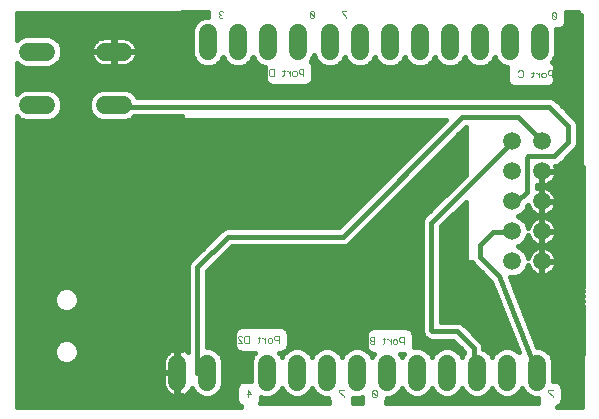
<source format=gbl>
G75*
%MOIN*%
%OFA0B0*%
%FSLAX24Y24*%
%IPPOS*%
%LPD*%
%AMOC8*
5,1,8,0,0,1.08239X$1,22.5*
%
%ADD10C,0.0020*%
%ADD11C,0.0600*%
%ADD12C,0.0594*%
%ADD13C,0.0160*%
D10*
X008168Y002631D02*
X008315Y002631D01*
X008168Y002778D01*
X008168Y002814D01*
X008205Y002851D01*
X008278Y002851D01*
X008315Y002814D01*
X008389Y002814D02*
X008389Y002668D01*
X008426Y002631D01*
X008536Y002631D01*
X008536Y002851D01*
X008426Y002851D01*
X008389Y002814D01*
X008831Y002778D02*
X008904Y002778D01*
X008868Y002814D02*
X008868Y002668D01*
X008831Y002631D01*
X008978Y002778D02*
X009015Y002778D01*
X009089Y002704D01*
X009089Y002631D02*
X009089Y002778D01*
X009163Y002741D02*
X009199Y002778D01*
X009273Y002778D01*
X009310Y002741D01*
X009310Y002668D01*
X009273Y002631D01*
X009199Y002631D01*
X009163Y002668D01*
X009163Y002741D01*
X009384Y002741D02*
X009420Y002704D01*
X009531Y002704D01*
X009531Y002631D02*
X009531Y002851D01*
X009420Y002851D01*
X009384Y002814D01*
X009384Y002741D01*
X008515Y001040D02*
X008625Y000930D01*
X008478Y000930D01*
X008515Y000820D02*
X008515Y001040D01*
X011549Y001040D02*
X011549Y001003D01*
X011696Y000857D01*
X011696Y000820D01*
X011696Y001040D02*
X011549Y001040D01*
X012651Y001003D02*
X012798Y000857D01*
X012762Y000820D01*
X012688Y000820D01*
X012651Y000857D01*
X012651Y001003D01*
X012688Y001040D01*
X012762Y001040D01*
X012798Y001003D01*
X012798Y000857D01*
X012709Y002592D02*
X012599Y002592D01*
X012563Y002628D01*
X012563Y002665D01*
X012599Y002702D01*
X012709Y002702D01*
X012599Y002702D02*
X012563Y002738D01*
X012563Y002775D01*
X012599Y002812D01*
X012709Y002812D01*
X012709Y002592D01*
X013004Y002592D02*
X013041Y002628D01*
X013041Y002775D01*
X013078Y002738D02*
X013004Y002738D01*
X013152Y002738D02*
X013188Y002738D01*
X013262Y002665D01*
X013262Y002592D02*
X013262Y002738D01*
X013336Y002702D02*
X013373Y002738D01*
X013446Y002738D01*
X013483Y002702D01*
X013483Y002628D01*
X013446Y002592D01*
X013373Y002592D01*
X013336Y002628D01*
X013336Y002702D01*
X013557Y002702D02*
X013594Y002665D01*
X013704Y002665D01*
X013704Y002592D02*
X013704Y002812D01*
X013594Y002812D01*
X013557Y002775D01*
X013557Y002702D01*
X018518Y001040D02*
X018518Y001003D01*
X018664Y000857D01*
X018664Y000820D01*
X018664Y001040D02*
X018518Y001040D01*
X018402Y011485D02*
X018328Y011485D01*
X018292Y011522D01*
X018292Y011596D01*
X018328Y011632D01*
X018402Y011632D01*
X018438Y011596D01*
X018438Y011522D01*
X018402Y011485D01*
X018513Y011596D02*
X018549Y011559D01*
X018659Y011559D01*
X018659Y011485D02*
X018659Y011706D01*
X018549Y011706D01*
X018513Y011669D01*
X018513Y011596D01*
X018217Y011632D02*
X018217Y011485D01*
X018217Y011559D02*
X018144Y011632D01*
X018107Y011632D01*
X018033Y011632D02*
X017960Y011632D01*
X017997Y011669D02*
X017997Y011522D01*
X017960Y011485D01*
X017665Y011522D02*
X017665Y011669D01*
X017628Y011706D01*
X017555Y011706D01*
X017518Y011669D01*
X017518Y011522D02*
X017555Y011485D01*
X017628Y011485D01*
X017665Y011522D01*
X018672Y013418D02*
X018746Y013418D01*
X018783Y013455D01*
X018636Y013602D01*
X018636Y013455D01*
X018672Y013418D01*
X018783Y013455D02*
X018783Y013602D01*
X018746Y013639D01*
X018672Y013639D01*
X018636Y013602D01*
X011775Y013678D02*
X011628Y013678D01*
X011628Y013641D01*
X011775Y013494D01*
X011775Y013458D01*
X010712Y013494D02*
X010565Y013641D01*
X010565Y013494D01*
X010602Y013458D01*
X010675Y013458D01*
X010712Y013494D01*
X010712Y013641D01*
X010675Y013678D01*
X010602Y013678D01*
X010565Y013641D01*
X010357Y011749D02*
X010247Y011749D01*
X010211Y011712D01*
X010211Y011639D01*
X010247Y011602D01*
X010357Y011602D01*
X010357Y011529D02*
X010357Y011749D01*
X010136Y011639D02*
X010136Y011565D01*
X010100Y011529D01*
X010026Y011529D01*
X009990Y011565D01*
X009990Y011639D01*
X010026Y011675D01*
X010100Y011675D01*
X010136Y011639D01*
X009915Y011675D02*
X009915Y011529D01*
X009915Y011602D02*
X009842Y011675D01*
X009805Y011675D01*
X009731Y011675D02*
X009658Y011675D01*
X009694Y011712D02*
X009694Y011565D01*
X009658Y011529D01*
X009363Y011529D02*
X009253Y011529D01*
X009216Y011565D01*
X009216Y011712D01*
X009253Y011749D01*
X009363Y011749D01*
X009363Y011529D01*
X007643Y013458D02*
X007680Y013494D01*
X007643Y013458D02*
X007570Y013458D01*
X007533Y013494D01*
X007533Y013531D01*
X007570Y013568D01*
X007607Y013568D01*
X007570Y013568D02*
X007533Y013605D01*
X007533Y013641D01*
X007570Y013678D01*
X007643Y013678D01*
X007680Y013641D01*
D11*
X008174Y012960D02*
X008174Y012360D01*
X007174Y012360D02*
X007174Y012960D01*
X009174Y012960D02*
X009174Y012360D01*
X010174Y012360D02*
X010174Y012960D01*
X011237Y012960D02*
X011237Y012360D01*
X012237Y012360D02*
X012237Y012960D01*
X013237Y012960D02*
X013237Y012360D01*
X014237Y012360D02*
X014237Y012960D01*
X015237Y012960D02*
X015237Y012360D01*
X016237Y012360D02*
X016237Y012960D01*
X017237Y012960D02*
X017237Y012360D01*
X018237Y012360D02*
X018237Y012960D01*
X004341Y012334D02*
X003741Y012334D01*
X001781Y012334D02*
X001181Y012334D01*
X001181Y010554D02*
X001781Y010554D01*
X003741Y010554D02*
X004341Y010554D01*
X006143Y001933D02*
X006143Y001333D01*
X007143Y001333D02*
X007143Y001933D01*
X009143Y001937D02*
X009143Y001337D01*
X010143Y001337D02*
X010143Y001937D01*
X011143Y001937D02*
X011143Y001337D01*
X012143Y001337D02*
X012143Y001937D01*
X013143Y001937D02*
X013143Y001337D01*
X014143Y001337D02*
X014143Y001937D01*
X015143Y001937D02*
X015143Y001337D01*
X016143Y001337D02*
X016143Y001937D01*
X017143Y001937D02*
X017143Y001337D01*
X018143Y001337D02*
X018143Y001937D01*
D12*
X018308Y005345D03*
X017308Y005345D03*
X017308Y006345D03*
X018308Y006345D03*
X018308Y007345D03*
X017308Y007345D03*
X017308Y008345D03*
X018308Y008345D03*
X018308Y009345D03*
X017308Y009345D03*
D13*
X000800Y010171D02*
X000800Y000500D01*
X008292Y000500D01*
X008270Y000508D01*
X008245Y000520D01*
X008223Y000534D01*
X008202Y000551D01*
X008183Y000570D01*
X008166Y000591D01*
X008152Y000613D01*
X006312Y000613D01*
X006312Y000818D01*
X006449Y000875D01*
X006601Y001027D01*
X006643Y001129D01*
X006685Y001027D01*
X006837Y000875D01*
X007035Y000793D01*
X007250Y000793D01*
X007449Y000875D01*
X007601Y001027D01*
X007683Y001225D01*
X007683Y002040D01*
X007601Y002239D01*
X007449Y002391D01*
X007250Y002473D01*
X007144Y002473D01*
X007144Y005008D01*
X007980Y005844D01*
X011730Y005844D01*
X011848Y005893D01*
X015761Y009806D01*
X015761Y008231D01*
X014438Y006908D01*
X014348Y006818D01*
X014299Y006700D01*
X014299Y002990D01*
X014348Y002873D01*
X014387Y002833D01*
X014477Y002743D01*
X014595Y002695D01*
X015353Y002695D01*
X015717Y002331D01*
X015717Y002274D01*
X015685Y002243D01*
X015643Y002141D01*
X015601Y002243D01*
X015449Y002394D01*
X015250Y002477D01*
X015035Y002477D01*
X014837Y002394D01*
X014685Y002243D01*
X014643Y002141D01*
X014601Y002243D01*
X014449Y002394D01*
X014250Y002477D01*
X014035Y002477D01*
X014032Y002475D01*
X014034Y002488D01*
X014034Y002915D01*
X014031Y002942D01*
X014025Y002968D01*
X014016Y002994D01*
X014004Y003018D01*
X013990Y003041D01*
X013973Y003062D01*
X013954Y003081D01*
X013933Y003098D01*
X013910Y003112D01*
X013886Y003124D01*
X013860Y003133D01*
X013834Y003139D01*
X013807Y003142D01*
X012664Y003142D01*
X012638Y003139D01*
X012611Y003133D01*
X012586Y003124D01*
X012562Y003112D01*
X012539Y003098D01*
X012518Y003081D01*
X012499Y003062D01*
X012482Y003041D01*
X012468Y003018D01*
X012456Y002994D01*
X012447Y002968D01*
X012441Y002942D01*
X012438Y002915D01*
X012438Y002488D01*
X012441Y002461D01*
X012447Y002435D01*
X012456Y002410D01*
X012468Y002385D01*
X012482Y002362D01*
X012486Y002357D01*
X012449Y002394D01*
X012250Y002477D01*
X012035Y002477D01*
X011837Y002394D01*
X011685Y002243D01*
X011643Y002141D01*
X011601Y002243D01*
X011449Y002394D01*
X011250Y002477D01*
X011035Y002477D01*
X010837Y002394D01*
X010685Y002243D01*
X010643Y002141D01*
X010601Y002243D01*
X010449Y002394D01*
X010250Y002477D01*
X010035Y002477D01*
X009837Y002394D01*
X009685Y002243D01*
X009643Y002141D01*
X009601Y002243D01*
X009542Y002301D01*
X009634Y002301D01*
X009661Y002304D01*
X009687Y002310D01*
X009713Y002319D01*
X009737Y002331D01*
X009760Y002345D01*
X009781Y002362D01*
X009800Y002381D01*
X009817Y002402D01*
X009831Y002425D01*
X009843Y002449D01*
X009852Y002474D01*
X009858Y002501D01*
X009861Y002527D01*
X009861Y002954D01*
X009858Y002981D01*
X009852Y003007D01*
X009843Y003033D01*
X009831Y003057D01*
X009817Y003080D01*
X009800Y003101D01*
X009781Y003120D01*
X009760Y003137D01*
X009737Y003151D01*
X009713Y003163D01*
X009687Y003172D01*
X009661Y003178D01*
X009634Y003181D01*
X008277Y003181D01*
X008250Y003178D01*
X008224Y003172D01*
X008198Y003163D01*
X008174Y003151D01*
X008151Y003137D01*
X008130Y003120D01*
X008111Y003101D01*
X008094Y003080D01*
X008080Y003057D01*
X008068Y003033D01*
X008059Y003007D01*
X008053Y002981D01*
X008050Y002954D01*
X008050Y002527D01*
X008053Y002501D01*
X008059Y002474D01*
X008068Y002449D01*
X008080Y002425D01*
X008094Y002402D01*
X008111Y002381D01*
X008130Y002362D01*
X008151Y002345D01*
X008174Y002331D01*
X008198Y002319D01*
X008224Y002310D01*
X008250Y002304D01*
X008277Y002301D01*
X008743Y002301D01*
X008685Y002243D01*
X008603Y002044D01*
X008603Y001370D01*
X008348Y001370D01*
X008321Y001367D01*
X008295Y001361D01*
X008270Y001352D01*
X008245Y001340D01*
X008223Y001326D01*
X008202Y001309D01*
X008183Y001290D01*
X008166Y001269D01*
X008151Y001246D01*
X008140Y001222D01*
X008131Y001196D01*
X008125Y001170D01*
X008122Y001143D01*
X008122Y000716D01*
X008125Y000690D01*
X008131Y000663D01*
X008140Y000638D01*
X008151Y000614D01*
X008152Y000613D01*
X006312Y000613D01*
X006312Y000883D01*
X006255Y000865D01*
X006181Y000853D01*
X006163Y000853D01*
X006163Y001613D01*
X006123Y001613D01*
X005663Y001613D01*
X005663Y001295D01*
X005675Y001220D01*
X005698Y001148D01*
X005732Y001081D01*
X005777Y001020D01*
X005830Y000967D01*
X005891Y000922D01*
X005959Y000888D01*
X006031Y000865D01*
X006105Y000853D01*
X006123Y000853D01*
X006123Y001613D01*
X006123Y001653D01*
X006123Y002413D01*
X006105Y002413D01*
X006031Y002401D01*
X005959Y002378D01*
X005891Y002343D01*
X005830Y002299D01*
X005777Y002245D01*
X005732Y002184D01*
X005698Y002117D01*
X005675Y002045D01*
X005663Y001971D01*
X005663Y001653D01*
X006123Y001653D01*
X006163Y001653D01*
X006163Y002413D01*
X006181Y002413D01*
X006255Y002401D01*
X006312Y002382D01*
X006312Y010175D01*
X004726Y010175D01*
X004647Y010096D01*
X004448Y010014D01*
X003634Y010014D01*
X003435Y010096D01*
X003283Y010248D01*
X003201Y010446D01*
X003201Y010661D01*
X003283Y010860D01*
X003435Y011012D01*
X003634Y011094D01*
X004448Y011094D01*
X004647Y011012D01*
X004799Y010860D01*
X004817Y010815D01*
X006312Y010815D01*
X006312Y013645D01*
X007177Y013645D01*
X007177Y013500D01*
X007067Y013500D01*
X006869Y013418D01*
X006717Y013266D01*
X006634Y013068D01*
X006634Y012253D01*
X006717Y012054D01*
X006869Y011903D01*
X007067Y011820D01*
X007282Y011820D01*
X007480Y011903D01*
X007632Y012054D01*
X007674Y012156D01*
X007717Y012054D01*
X007869Y011903D01*
X008067Y011820D01*
X008282Y011820D01*
X008480Y011903D01*
X008632Y012054D01*
X008674Y012156D01*
X008717Y012054D01*
X008869Y011903D01*
X009067Y011820D01*
X009070Y011820D01*
X009070Y011425D01*
X009073Y011398D01*
X009079Y011372D01*
X009088Y011347D01*
X009100Y011322D01*
X009114Y011299D01*
X009131Y011278D01*
X009150Y011259D01*
X009171Y011243D01*
X009194Y011228D01*
X009218Y011217D01*
X009244Y011208D01*
X009270Y011202D01*
X009297Y011199D01*
X010461Y011199D01*
X010488Y011202D01*
X010514Y011208D01*
X010539Y011217D01*
X010564Y011228D01*
X010586Y011243D01*
X010607Y011259D01*
X010627Y011278D01*
X010643Y011299D01*
X010658Y011322D01*
X010669Y011347D01*
X010678Y011372D01*
X010684Y011398D01*
X010687Y011425D01*
X010687Y011852D01*
X010684Y011879D01*
X010678Y011905D01*
X010669Y011931D01*
X010658Y011955D01*
X010643Y011978D01*
X010627Y011999D01*
X010607Y012018D01*
X010601Y012023D01*
X010632Y012054D01*
X010706Y012232D01*
X010780Y012054D01*
X010932Y011903D01*
X011130Y011820D01*
X011345Y011820D01*
X011543Y011903D01*
X011695Y012054D01*
X011737Y012156D01*
X011780Y012054D01*
X011932Y011903D01*
X012130Y011820D01*
X012345Y011820D01*
X012543Y011903D01*
X012695Y012054D01*
X012737Y012156D01*
X012780Y012054D01*
X012932Y011903D01*
X013130Y011820D01*
X013345Y011820D01*
X013543Y011903D01*
X013695Y012054D01*
X013737Y012156D01*
X013780Y012054D01*
X013932Y011903D01*
X014130Y011820D01*
X014345Y011820D01*
X014543Y011903D01*
X014695Y012054D01*
X014737Y012156D01*
X014780Y012054D01*
X014932Y011903D01*
X015130Y011820D01*
X015345Y011820D01*
X015543Y011903D01*
X015695Y012054D01*
X015737Y012156D01*
X015780Y012054D01*
X015932Y011903D01*
X016130Y011820D01*
X016345Y011820D01*
X016543Y011903D01*
X016695Y012054D01*
X016737Y012156D01*
X016780Y012054D01*
X016932Y011903D01*
X017130Y011820D01*
X017135Y011820D01*
X017134Y011809D01*
X017134Y011382D01*
X017137Y011355D01*
X017143Y011329D01*
X017152Y011303D01*
X017164Y011279D01*
X017178Y011256D01*
X017195Y011235D01*
X017214Y011216D01*
X017235Y011199D01*
X017258Y011185D01*
X017282Y011173D01*
X017307Y011164D01*
X017334Y011158D01*
X017360Y011155D01*
X018524Y011155D01*
X018551Y011158D01*
X018577Y011164D01*
X018603Y011173D01*
X018627Y011185D01*
X018650Y011199D01*
X018671Y011216D01*
X018690Y011235D01*
X018707Y011256D01*
X018721Y011279D01*
X018733Y011303D01*
X018742Y011329D01*
X018748Y011355D01*
X018751Y011382D01*
X018751Y011809D01*
X018748Y011836D01*
X018742Y011862D01*
X018733Y011887D01*
X018721Y011912D01*
X018707Y011935D01*
X018690Y011956D01*
X018671Y011975D01*
X018650Y011991D01*
X018639Y011998D01*
X018695Y012054D01*
X018777Y012253D01*
X018777Y013068D01*
X018769Y013088D01*
X018886Y013088D01*
X018913Y013091D01*
X018939Y013097D01*
X018965Y013106D01*
X018989Y013118D01*
X019012Y013132D01*
X019033Y013149D01*
X019052Y013168D01*
X019069Y013189D01*
X019083Y013212D01*
X019095Y013236D01*
X019104Y013262D01*
X019109Y013288D01*
X019113Y013315D01*
X019113Y013645D01*
X019501Y013645D01*
X019501Y009941D01*
X019458Y010046D01*
X018828Y010676D01*
X018738Y010766D01*
X018620Y010815D01*
X006312Y010815D01*
X006312Y013605D01*
X000800Y013605D01*
X000800Y012717D01*
X000875Y012792D01*
X001074Y012874D01*
X001888Y012874D01*
X002087Y012792D01*
X002239Y012640D01*
X002321Y012441D01*
X002321Y012226D01*
X002239Y012028D01*
X002087Y011876D01*
X001888Y011794D01*
X001074Y011794D01*
X000875Y011876D01*
X000800Y011951D01*
X000800Y010937D01*
X000875Y011012D01*
X001074Y011094D01*
X001888Y011094D01*
X002087Y011012D01*
X002239Y010860D01*
X002321Y010661D01*
X002321Y010446D01*
X002239Y010248D01*
X002087Y010096D01*
X001888Y010014D01*
X001074Y010014D01*
X000875Y010096D01*
X000800Y010171D01*
X000800Y010046D02*
X000995Y010046D01*
X000800Y009888D02*
X006312Y009888D01*
X014938Y009888D01*
X015096Y010046D02*
X006312Y010046D01*
X004527Y010046D01*
X004100Y010495D02*
X004041Y010554D01*
X004100Y010495D02*
X018556Y010495D01*
X019186Y009865D01*
X019186Y009314D01*
X018714Y008841D01*
X017848Y008841D01*
X017808Y008802D01*
X017808Y007660D01*
X017493Y007345D01*
X017308Y007345D01*
X017504Y006845D02*
X017612Y006890D01*
X017763Y007041D01*
X017843Y007234D01*
X017843Y007234D01*
X017866Y007162D01*
X017900Y007095D01*
X017945Y007035D01*
X017998Y006982D01*
X018058Y006938D01*
X018125Y006903D01*
X018197Y006880D01*
X018271Y006869D01*
X018290Y006869D01*
X018290Y007327D01*
X018327Y007327D01*
X018327Y007364D01*
X018785Y007364D01*
X018785Y007383D01*
X018773Y007457D01*
X018750Y007528D01*
X018716Y007595D01*
X018672Y007656D01*
X018619Y007709D01*
X018558Y007753D01*
X018491Y007787D01*
X018420Y007810D01*
X018346Y007822D01*
X018327Y007822D01*
X018327Y007364D01*
X018785Y007364D01*
X018785Y007383D01*
X018773Y007457D01*
X018750Y007528D01*
X018716Y007595D01*
X018672Y007656D01*
X018619Y007709D01*
X018558Y007753D01*
X018491Y007787D01*
X018420Y007810D01*
X018346Y007822D01*
X018327Y007822D01*
X018327Y007364D01*
X018327Y007327D01*
X018785Y007327D01*
X018785Y007308D01*
X018773Y007234D01*
X018750Y007162D01*
X018716Y007095D01*
X018672Y007035D01*
X019593Y007035D01*
X019673Y007035D02*
X018672Y007035D01*
X019501Y007035D01*
X019501Y007193D02*
X018760Y007193D01*
X019594Y007193D01*
X019674Y007193D02*
X018760Y007193D01*
X018750Y007162D02*
X018773Y007234D01*
X018785Y007308D01*
X018785Y007327D01*
X018327Y007327D01*
X018327Y006869D01*
X018346Y006869D01*
X018420Y006880D01*
X018491Y006903D01*
X018558Y006938D01*
X018619Y006982D01*
X018672Y007035D01*
X018716Y007095D01*
X018750Y007162D01*
X018773Y007234D01*
X018785Y007308D01*
X018785Y007327D01*
X018517Y007327D01*
X018517Y007364D01*
X018785Y007364D01*
X018785Y007383D01*
X018773Y007457D01*
X018750Y007528D01*
X018716Y007595D01*
X018672Y007656D01*
X018619Y007709D01*
X018558Y007753D01*
X018517Y007774D01*
X018517Y007916D01*
X018558Y007938D01*
X018619Y007982D01*
X018672Y008035D01*
X018716Y008095D01*
X018750Y008162D01*
X018773Y008234D01*
X018785Y008308D01*
X018785Y008327D01*
X018327Y008327D01*
X018327Y008364D01*
X018785Y008364D01*
X018785Y008383D01*
X018776Y008441D01*
X018793Y008441D01*
X018940Y008502D01*
X019413Y008975D01*
X019525Y009087D01*
X019586Y009234D01*
X019586Y009945D01*
X019525Y010092D01*
X018895Y010722D01*
X018783Y010834D01*
X018636Y010895D01*
X006352Y010895D01*
X006352Y013566D01*
X007016Y013566D01*
X006823Y013486D01*
X006649Y013312D01*
X006554Y013084D01*
X006554Y012237D01*
X006649Y012009D01*
X006823Y011835D01*
X007051Y011740D01*
X007298Y011740D01*
X007526Y011835D01*
X007674Y011984D01*
X007823Y011835D01*
X008051Y011740D01*
X008298Y011740D01*
X008526Y011835D01*
X008674Y011984D01*
X008823Y011835D01*
X008990Y011765D01*
X008990Y011423D01*
X008993Y011392D01*
X009000Y011361D01*
X009009Y011331D01*
X009021Y011302D01*
X009036Y011274D01*
X009053Y011248D01*
X009073Y011223D01*
X009095Y011201D01*
X009120Y011181D01*
X009146Y011164D01*
X009173Y011149D01*
X009202Y011137D01*
X009233Y011128D01*
X009263Y011122D01*
X009295Y011119D01*
X010463Y011119D01*
X010494Y011122D01*
X010525Y011128D01*
X010555Y011137D01*
X010584Y011149D01*
X010612Y011164D01*
X010638Y011181D01*
X010662Y011201D01*
X010685Y011223D01*
X010705Y011248D01*
X010722Y011274D01*
X010737Y011302D01*
X010749Y011331D01*
X010758Y011361D01*
X010764Y011392D01*
X010767Y011423D01*
X010767Y011854D01*
X010764Y011886D01*
X010758Y011916D01*
X010749Y011947D01*
X010737Y011976D01*
X010727Y011994D01*
X010886Y011835D01*
X011114Y011740D01*
X011361Y011740D01*
X011589Y011835D01*
X011737Y011984D01*
X011886Y011835D01*
X012114Y011740D01*
X012361Y011740D01*
X012589Y011835D01*
X012737Y011984D01*
X012886Y011835D01*
X013114Y011740D01*
X013361Y011740D01*
X013589Y011835D01*
X013737Y011984D01*
X013886Y011835D01*
X014114Y011740D01*
X014361Y011740D01*
X014589Y011835D01*
X014737Y011984D01*
X014886Y011835D01*
X015114Y011740D01*
X015361Y011740D01*
X015589Y011835D01*
X015737Y011984D01*
X015886Y011835D01*
X016114Y011740D01*
X016361Y011740D01*
X016589Y011835D01*
X016737Y011984D01*
X016886Y011835D01*
X017054Y011765D01*
X017054Y011380D01*
X017057Y011348D01*
X017063Y011318D01*
X017072Y011287D01*
X017084Y011258D01*
X017099Y011231D01*
X017117Y011205D01*
X017137Y011180D01*
X017159Y011158D01*
X017183Y011138D01*
X017209Y011121D01*
X017237Y011106D01*
X017266Y011094D01*
X017296Y011085D01*
X017327Y011079D01*
X017358Y011075D01*
X018527Y011075D01*
X018558Y011079D01*
X018589Y011085D01*
X018619Y011094D01*
X018648Y011106D01*
X018676Y011121D01*
X018702Y011138D01*
X018726Y011158D01*
X018748Y011180D01*
X018768Y011205D01*
X018786Y011231D01*
X018800Y011258D01*
X018813Y011287D01*
X018822Y011318D01*
X018828Y011348D01*
X018831Y011380D01*
X018831Y011811D01*
X018828Y011842D01*
X018822Y011873D01*
X018813Y011903D01*
X018800Y011932D01*
X018786Y011960D01*
X018768Y011986D01*
X018756Y012002D01*
X018763Y012009D01*
X018857Y012237D01*
X018857Y013008D01*
X018888Y013008D01*
X018920Y013011D01*
X018950Y013018D01*
X018980Y013027D01*
X019010Y013039D01*
X019037Y013054D01*
X019063Y013071D01*
X019088Y013091D01*
X019110Y013113D01*
X019130Y013137D01*
X019147Y013164D01*
X019162Y013191D01*
X019174Y013220D01*
X019183Y013250D01*
X019189Y013281D01*
X019193Y013313D01*
X019193Y013566D01*
X019612Y013566D01*
X019579Y002030D01*
X018763Y002030D01*
X018763Y002060D01*
X018669Y002288D01*
X018494Y002462D01*
X018266Y002557D01*
X018211Y002557D01*
X017359Y004729D01*
X017431Y004729D01*
X017658Y004822D01*
X017831Y004996D01*
X017885Y005126D01*
X017900Y005095D01*
X017945Y005035D01*
X017998Y004982D01*
X018058Y004938D01*
X018125Y004903D01*
X018197Y004880D01*
X018271Y004869D01*
X018290Y004869D01*
X018290Y005327D01*
X018327Y005327D01*
X018327Y005364D01*
X018785Y005364D01*
X018785Y005383D01*
X018773Y005457D01*
X018750Y005528D01*
X018716Y005595D01*
X018672Y005656D01*
X018619Y005709D01*
X018558Y005753D01*
X018491Y005787D01*
X018420Y005810D01*
X018346Y005822D01*
X018327Y005822D01*
X018327Y005364D01*
X018785Y005364D01*
X018785Y005383D01*
X018773Y005457D01*
X018750Y005528D01*
X018716Y005595D01*
X018672Y005656D01*
X018619Y005709D01*
X018558Y005753D01*
X018491Y005787D01*
X018420Y005810D01*
X018346Y005822D01*
X018327Y005822D01*
X018327Y005364D01*
X018327Y005327D01*
X018785Y005327D01*
X018785Y005308D01*
X018773Y005234D01*
X018750Y005162D01*
X018716Y005095D01*
X018672Y005035D01*
X018619Y004982D01*
X018558Y004938D01*
X018491Y004903D01*
X018420Y004880D01*
X018346Y004869D01*
X018327Y004869D01*
X018327Y005327D01*
X018785Y005327D01*
X018785Y005308D01*
X018773Y005234D01*
X018750Y005162D01*
X018716Y005095D01*
X018672Y005035D01*
X018619Y004982D01*
X018558Y004938D01*
X018491Y004903D01*
X018420Y004880D01*
X018346Y004869D01*
X018327Y004869D01*
X018327Y005327D01*
X018290Y005327D01*
X018290Y004869D01*
X018271Y004869D01*
X018197Y004880D01*
X018125Y004903D01*
X018058Y004938D01*
X017998Y004982D01*
X017945Y005035D01*
X017900Y005095D01*
X017866Y005162D01*
X017843Y005234D01*
X017843Y005234D01*
X017763Y005041D01*
X017808Y005150D01*
X017853Y005041D01*
X018004Y004890D01*
X018201Y004809D01*
X018415Y004809D01*
X018583Y004878D01*
X019664Y003797D01*
X019655Y000613D01*
X018964Y000613D01*
X018965Y000614D01*
X018976Y000638D01*
X018985Y000663D01*
X018991Y000690D01*
X018994Y000716D01*
X018994Y001143D01*
X018991Y001170D01*
X018985Y001196D01*
X018976Y001222D01*
X018965Y001246D01*
X018950Y001269D01*
X018934Y001290D01*
X018915Y001309D01*
X018894Y001326D01*
X018871Y001340D01*
X018846Y001352D01*
X018821Y001361D01*
X018795Y001367D01*
X018768Y001370D01*
X018683Y001370D01*
X018683Y002044D01*
X018601Y002243D01*
X018449Y002394D01*
X018250Y002477D01*
X018157Y002477D01*
X017241Y004809D01*
X017415Y004809D01*
X017612Y004890D01*
X017763Y005041D01*
X017612Y004890D01*
X017415Y004809D01*
X017241Y004809D01*
X018157Y002477D01*
X018250Y002477D01*
X018449Y002394D01*
X018601Y002243D01*
X018683Y002044D01*
X018683Y001991D01*
X019501Y001991D01*
X019501Y009238D01*
X019458Y009133D01*
X019367Y009043D01*
X018895Y008570D01*
X018777Y008521D01*
X018752Y008521D01*
X018773Y008457D01*
X018785Y008383D01*
X018785Y008364D01*
X018327Y008364D01*
X018327Y008327D01*
X018785Y008327D01*
X018785Y008308D01*
X018773Y008234D01*
X018750Y008162D01*
X018716Y008095D01*
X018672Y008035D01*
X018619Y007982D01*
X018558Y007938D01*
X018491Y007903D01*
X018420Y007880D01*
X018346Y007869D01*
X018327Y007869D01*
X018327Y008327D01*
X018290Y008327D01*
X018290Y007869D01*
X018271Y007869D01*
X018208Y007878D01*
X018208Y007812D01*
X018271Y007822D01*
X018290Y007822D01*
X018290Y007364D01*
X018327Y007364D01*
X018290Y007364D01*
X018290Y007822D01*
X018271Y007822D01*
X018197Y007810D01*
X018128Y007788D01*
X018128Y007902D01*
X018197Y007880D01*
X018271Y007869D01*
X018290Y007869D01*
X018290Y008327D01*
X018327Y008327D01*
X018327Y007869D01*
X018346Y007869D01*
X018420Y007880D01*
X018491Y007903D01*
X018558Y007938D01*
X018619Y007982D01*
X018672Y008035D01*
X018716Y008095D01*
X018750Y008162D01*
X018773Y008234D01*
X018785Y008308D01*
X018785Y008327D01*
X018517Y008327D01*
X018517Y008364D01*
X018785Y008364D01*
X018785Y008383D01*
X018773Y008457D01*
X018764Y008487D01*
X019677Y008487D01*
X019655Y000500D01*
X018824Y000500D01*
X018846Y000508D01*
X018871Y000520D01*
X018894Y000534D01*
X018915Y000551D01*
X018934Y000570D01*
X018950Y000591D01*
X018965Y000614D01*
X018976Y000638D01*
X018985Y000663D01*
X018991Y000690D01*
X018994Y000716D01*
X018994Y001143D01*
X018991Y001170D01*
X018985Y001196D01*
X018976Y001222D01*
X018965Y001246D01*
X018950Y001269D01*
X018934Y001290D01*
X018915Y001309D01*
X018894Y001326D01*
X018871Y001340D01*
X018846Y001352D01*
X018821Y001361D01*
X018795Y001367D01*
X018768Y001370D01*
X018683Y001370D01*
X018683Y002044D01*
X018601Y002243D01*
X018449Y002394D01*
X018250Y002477D01*
X018157Y002477D01*
X017730Y003565D01*
X017730Y004550D01*
X018517Y004550D01*
X018517Y004916D01*
X018558Y004938D01*
X018619Y004982D01*
X018672Y005035D01*
X018716Y005095D01*
X018750Y005162D01*
X018773Y005234D01*
X018785Y005308D01*
X018785Y005327D01*
X018517Y005327D01*
X018517Y005364D01*
X018785Y005364D01*
X018785Y005383D01*
X018773Y005457D01*
X018750Y005528D01*
X018716Y005595D01*
X018672Y005656D01*
X018619Y005709D01*
X018558Y005753D01*
X018517Y005774D01*
X018517Y005916D01*
X018558Y005938D01*
X018619Y005982D01*
X018672Y006035D01*
X018716Y006095D01*
X018750Y006162D01*
X018773Y006234D01*
X018785Y006308D01*
X018785Y006327D01*
X018327Y006327D01*
X018327Y006364D01*
X018785Y006364D01*
X018785Y006383D01*
X018773Y006457D01*
X018750Y006528D01*
X018716Y006595D01*
X018672Y006656D01*
X018619Y006709D01*
X018558Y006753D01*
X018491Y006787D01*
X018420Y006810D01*
X018346Y006822D01*
X018327Y006822D01*
X018327Y006364D01*
X018785Y006364D01*
X018785Y006383D01*
X018773Y006457D01*
X018750Y006528D01*
X018716Y006595D01*
X018672Y006656D01*
X018619Y006709D01*
X018558Y006753D01*
X018491Y006787D01*
X018420Y006810D01*
X018346Y006822D01*
X018327Y006822D01*
X018327Y006364D01*
X018327Y006327D01*
X018785Y006327D01*
X018785Y006308D01*
X018773Y006234D01*
X018750Y006162D01*
X018716Y006095D01*
X018672Y006035D01*
X018619Y005982D01*
X018558Y005938D01*
X018491Y005903D01*
X018420Y005880D01*
X018346Y005869D01*
X018327Y005869D01*
X018327Y006327D01*
X018290Y006327D01*
X018290Y005869D01*
X018271Y005869D01*
X018197Y005880D01*
X018125Y005903D01*
X018058Y005938D01*
X017998Y005982D01*
X017945Y006035D01*
X017900Y006095D01*
X017885Y006126D01*
X017831Y005996D01*
X017681Y005845D01*
X017831Y005695D01*
X017885Y005565D01*
X017900Y005595D01*
X017945Y005656D01*
X017998Y005709D01*
X018058Y005753D01*
X018125Y005787D01*
X018197Y005810D01*
X018271Y005822D01*
X018290Y005822D01*
X018290Y005364D01*
X018327Y005364D01*
X018290Y005364D01*
X018290Y005822D01*
X018271Y005822D01*
X018197Y005810D01*
X018125Y005787D01*
X018058Y005753D01*
X017998Y005709D01*
X017945Y005656D01*
X017900Y005595D01*
X017866Y005528D01*
X017843Y005457D01*
X017843Y005457D01*
X017763Y005649D01*
X017612Y005800D01*
X017504Y005845D01*
X017612Y005890D01*
X017763Y006041D01*
X017843Y006234D01*
X017843Y006234D01*
X017866Y006162D01*
X017900Y006095D01*
X017945Y006035D01*
X017998Y005982D01*
X018058Y005938D01*
X018125Y005903D01*
X018197Y005880D01*
X018271Y005869D01*
X018290Y005869D01*
X018290Y006327D01*
X018327Y006327D01*
X018327Y005869D01*
X018346Y005869D01*
X018420Y005880D01*
X018491Y005903D01*
X018558Y005938D01*
X018619Y005982D01*
X018672Y006035D01*
X018716Y006095D01*
X018750Y006162D01*
X018773Y006234D01*
X018785Y006308D01*
X018785Y006327D01*
X018517Y006327D01*
X018517Y006364D01*
X018785Y006364D01*
X018785Y006383D01*
X018773Y006457D01*
X018750Y006528D01*
X018716Y006595D01*
X018672Y006656D01*
X018619Y006709D01*
X018558Y006753D01*
X018517Y006774D01*
X018517Y006916D01*
X018558Y006938D01*
X018619Y006982D01*
X018672Y007035D01*
X018716Y007095D01*
X018750Y007162D01*
X018672Y007035D02*
X018619Y006982D01*
X018558Y006938D01*
X018491Y006903D01*
X018420Y006880D01*
X018346Y006869D01*
X018327Y006869D01*
X018327Y007327D01*
X018290Y007327D01*
X018290Y006869D01*
X018271Y006869D01*
X018197Y006880D01*
X018125Y006903D01*
X018058Y006938D01*
X017998Y006982D01*
X017945Y007035D01*
X017900Y007095D01*
X017885Y007126D01*
X017831Y006996D01*
X017681Y006845D01*
X017831Y006695D01*
X017885Y006565D01*
X017900Y006595D01*
X017945Y006656D01*
X017998Y006709D01*
X018058Y006753D01*
X018125Y006787D01*
X018197Y006810D01*
X018271Y006822D01*
X018290Y006822D01*
X018290Y006364D01*
X018327Y006364D01*
X018290Y006364D01*
X018290Y006822D01*
X018271Y006822D01*
X018197Y006810D01*
X018125Y006787D01*
X018058Y006753D01*
X017998Y006709D01*
X017945Y006656D01*
X017900Y006595D01*
X017866Y006528D01*
X017843Y006457D01*
X017843Y006457D01*
X017763Y006649D01*
X017612Y006800D01*
X017504Y006845D01*
X017579Y006876D02*
X018221Y006876D01*
X017712Y006876D01*
X017695Y006718D02*
X018010Y006718D01*
X017808Y006718D01*
X017801Y006559D02*
X017882Y006559D01*
X018290Y006559D02*
X018327Y006559D01*
X018290Y006559D01*
X018290Y006401D02*
X018327Y006401D01*
X018290Y006401D01*
X018308Y006345D02*
X018308Y007345D01*
X018308Y008345D01*
X018290Y008303D02*
X018327Y008303D01*
X018290Y008303D01*
X018290Y008144D02*
X018327Y008144D01*
X018290Y008144D01*
X018290Y007986D02*
X018327Y007986D01*
X018290Y007986D01*
X018208Y007827D02*
X019595Y007827D01*
X019675Y007827D02*
X018517Y007827D01*
X018623Y007986D02*
X019596Y007986D01*
X019676Y007986D02*
X018623Y007986D01*
X019501Y007986D01*
X019501Y008144D02*
X018741Y008144D01*
X019596Y008144D01*
X019676Y008144D02*
X018741Y008144D01*
X018784Y008303D02*
X019597Y008303D01*
X019677Y008303D02*
X018784Y008303D01*
X019501Y008303D01*
X019501Y008461D02*
X018772Y008461D01*
X019677Y008461D01*
X019597Y008461D02*
X018842Y008461D01*
X018945Y008620D02*
X019501Y008620D01*
X019598Y008620D02*
X019058Y008620D01*
X019103Y008778D02*
X019501Y008778D01*
X019501Y008841D02*
X019501Y010141D01*
X019501Y010205D02*
X019299Y010205D01*
X019412Y010205D02*
X019602Y010205D01*
X019603Y010363D02*
X019254Y010363D01*
X019140Y010363D02*
X019501Y010363D01*
X019501Y010522D02*
X018982Y010522D01*
X019095Y010522D02*
X019603Y010522D01*
X019603Y010680D02*
X018937Y010680D01*
X018823Y010680D02*
X019501Y010680D01*
X019501Y010839D02*
X006312Y010839D01*
X004807Y010839D01*
X004661Y010997D02*
X006312Y010997D01*
X019501Y010997D01*
X019604Y010997D02*
X006352Y010997D01*
X006352Y011156D02*
X009160Y011156D01*
X009105Y011314D02*
X006312Y011314D01*
X000800Y011314D01*
X000800Y011156D02*
X006312Y011156D01*
X017356Y011156D01*
X017161Y011156D02*
X010597Y011156D01*
X010653Y011314D02*
X017148Y011314D01*
X017064Y011314D02*
X010742Y011314D01*
X010767Y011473D02*
X017054Y011473D01*
X017134Y011473D02*
X010687Y011473D01*
X010687Y011631D02*
X017134Y011631D01*
X017054Y011631D02*
X010767Y011631D01*
X010767Y011790D02*
X010994Y011790D01*
X010687Y011790D02*
X017134Y011790D01*
X016994Y011790D02*
X016480Y011790D01*
X016589Y011948D02*
X016886Y011948D01*
X016773Y011948D02*
X016702Y011948D01*
X016717Y012107D02*
X016758Y012107D01*
X015994Y011790D02*
X015480Y011790D01*
X015589Y011948D02*
X015886Y011948D01*
X015773Y011948D02*
X015702Y011948D01*
X015717Y012107D02*
X015758Y012107D01*
X014994Y011790D02*
X014480Y011790D01*
X014589Y011948D02*
X014886Y011948D01*
X014773Y011948D02*
X014702Y011948D01*
X014717Y012107D02*
X014758Y012107D01*
X013994Y011790D02*
X013480Y011790D01*
X013589Y011948D02*
X013886Y011948D01*
X013773Y011948D02*
X013702Y011948D01*
X013717Y012107D02*
X013758Y012107D01*
X012994Y011790D02*
X012480Y011790D01*
X012589Y011948D02*
X012886Y011948D01*
X012773Y011948D02*
X012702Y011948D01*
X012717Y012107D02*
X012758Y012107D01*
X011994Y011790D02*
X011480Y011790D01*
X011589Y011948D02*
X011886Y011948D01*
X011773Y011948D02*
X011702Y011948D01*
X011717Y012107D02*
X011758Y012107D01*
X010886Y011948D02*
X010661Y011948D01*
X010748Y011948D02*
X010773Y011948D01*
X010758Y012107D02*
X010654Y012107D01*
X009070Y011790D02*
X006312Y011790D01*
X000800Y011790D01*
X000800Y011631D02*
X006312Y011631D01*
X009070Y011631D01*
X008990Y011631D02*
X006352Y011631D01*
X006352Y011473D02*
X008990Y011473D01*
X009070Y011473D02*
X006312Y011473D01*
X000800Y011473D01*
X000800Y010997D02*
X000861Y010997D01*
X002101Y010997D02*
X003421Y010997D01*
X003275Y010839D02*
X002247Y010839D01*
X002313Y010680D02*
X003209Y010680D01*
X003201Y010522D02*
X002321Y010522D01*
X002287Y010363D02*
X003235Y010363D01*
X003326Y010205D02*
X002196Y010205D01*
X001967Y010046D02*
X003555Y010046D01*
X003703Y011854D02*
X003629Y011866D01*
X003557Y011889D01*
X003489Y011923D01*
X003428Y011968D01*
X003375Y012021D01*
X003330Y012082D01*
X003296Y012150D01*
X003273Y012221D01*
X003261Y012296D01*
X003261Y012314D01*
X004021Y012314D01*
X004021Y012354D01*
X004021Y012814D01*
X003703Y012814D01*
X003629Y012802D01*
X003557Y012779D01*
X003489Y012744D01*
X003428Y012700D01*
X003375Y012646D01*
X003330Y012585D01*
X003296Y012518D01*
X003273Y012446D01*
X003261Y012372D01*
X003261Y012354D01*
X004021Y012354D01*
X004061Y012354D01*
X004061Y012814D01*
X004379Y012814D01*
X004453Y012802D01*
X004525Y012779D01*
X004593Y012744D01*
X004654Y012700D01*
X004707Y012646D01*
X004752Y012585D01*
X004786Y012518D01*
X004809Y012446D01*
X004821Y012372D01*
X004821Y012354D01*
X004061Y012354D01*
X004061Y012314D01*
X004821Y012314D01*
X004821Y012296D01*
X004809Y012221D01*
X004786Y012150D01*
X004752Y012082D01*
X004707Y012021D01*
X004654Y011968D01*
X004593Y011923D01*
X004525Y011889D01*
X004453Y011866D01*
X004379Y011854D01*
X004061Y011854D01*
X004061Y012314D01*
X004021Y012314D01*
X004021Y011854D01*
X003703Y011854D01*
X004021Y011948D02*
X004061Y011948D01*
X004061Y012107D02*
X004021Y012107D01*
X004021Y012265D02*
X004061Y012265D01*
X004061Y012424D02*
X004021Y012424D01*
X004021Y012582D02*
X004061Y012582D01*
X004061Y012741D02*
X004021Y012741D01*
X003485Y012741D02*
X002138Y012741D01*
X002263Y012582D02*
X003329Y012582D01*
X003269Y012424D02*
X002321Y012424D01*
X002321Y012265D02*
X003266Y012265D01*
X003318Y012107D02*
X002272Y012107D01*
X002159Y011948D02*
X003455Y011948D01*
X004627Y011948D02*
X006312Y011948D01*
X006823Y011948D01*
X006710Y011948D02*
X006352Y011948D01*
X006352Y012107D02*
X006608Y012107D01*
X006695Y012107D02*
X006312Y012107D01*
X004764Y012107D01*
X004816Y012265D02*
X006312Y012265D01*
X006634Y012265D01*
X006554Y012265D02*
X006352Y012265D01*
X006352Y012424D02*
X006554Y012424D01*
X006634Y012424D02*
X006312Y012424D01*
X004813Y012424D01*
X004753Y012582D02*
X006312Y012582D01*
X006634Y012582D01*
X006554Y012582D02*
X006352Y012582D01*
X006352Y012741D02*
X006554Y012741D01*
X006634Y012741D02*
X006312Y012741D01*
X004597Y012741D01*
X006312Y012899D02*
X006634Y012899D01*
X006554Y012899D02*
X006352Y012899D01*
X006312Y012899D02*
X000800Y012899D01*
X000800Y012741D02*
X000824Y012741D01*
X000800Y013058D02*
X006312Y013058D01*
X006634Y013058D01*
X006554Y013058D02*
X006352Y013058D01*
X006352Y013216D02*
X006609Y013216D01*
X006696Y013216D02*
X006312Y013216D01*
X000800Y013216D01*
X000800Y013375D02*
X006312Y013375D01*
X006825Y013375D01*
X006712Y013375D02*
X006352Y013375D01*
X006352Y013533D02*
X006938Y013533D01*
X007177Y013533D02*
X006312Y013533D01*
X000800Y013533D01*
X000800Y011948D02*
X000803Y011948D01*
X000800Y009729D02*
X006312Y009729D01*
X014779Y009729D01*
X014621Y009571D02*
X006312Y009571D01*
X000800Y009571D01*
X000800Y009412D02*
X006312Y009412D01*
X014462Y009412D01*
X014304Y009254D02*
X006312Y009254D01*
X000800Y009254D01*
X000800Y009095D02*
X006312Y009095D01*
X014145Y009095D01*
X013987Y008937D02*
X006312Y008937D01*
X000800Y008937D01*
X000800Y008778D02*
X006312Y008778D01*
X013828Y008778D01*
X013670Y008620D02*
X006312Y008620D01*
X000800Y008620D01*
X000800Y008461D02*
X006312Y008461D01*
X013511Y008461D01*
X013353Y008303D02*
X006312Y008303D01*
X000800Y008303D01*
X000800Y008144D02*
X006312Y008144D01*
X013194Y008144D01*
X013036Y007986D02*
X006312Y007986D01*
X000800Y007986D01*
X000800Y007827D02*
X006312Y007827D01*
X012877Y007827D01*
X012719Y007669D02*
X006312Y007669D01*
X000800Y007669D01*
X000800Y007510D02*
X006312Y007510D01*
X012560Y007510D01*
X012402Y007352D02*
X006312Y007352D01*
X000800Y007352D01*
X000800Y007193D02*
X006312Y007193D01*
X012243Y007193D01*
X012085Y007035D02*
X006312Y007035D01*
X000800Y007035D01*
X000800Y006876D02*
X006312Y006876D01*
X011926Y006876D01*
X011768Y006718D02*
X006312Y006718D01*
X000800Y006718D01*
X000800Y006559D02*
X006312Y006559D01*
X011609Y006559D01*
X011534Y006484D02*
X007784Y006484D01*
X007666Y006436D01*
X007576Y006346D01*
X006643Y005412D01*
X006553Y005322D01*
X006504Y005204D01*
X006504Y002335D01*
X006449Y002391D01*
X006312Y002447D01*
X006312Y010062D01*
X015112Y010062D01*
X011534Y006484D01*
X011667Y006164D02*
X015643Y010141D01*
X017513Y010141D01*
X018308Y009345D01*
X017308Y009345D02*
X017308Y009326D01*
X014619Y006637D01*
X014619Y003054D01*
X014659Y003015D01*
X015485Y003015D01*
X016037Y002463D01*
X016037Y001743D01*
X016143Y001637D01*
X016643Y002141D02*
X016601Y002243D01*
X016449Y002394D01*
X016357Y002433D01*
X016357Y002527D01*
X016308Y002645D01*
X016218Y002735D01*
X015761Y003192D01*
X015761Y005337D01*
X015952Y005337D01*
X015962Y005314D01*
X016052Y005224D01*
X016610Y004666D01*
X017536Y002308D01*
X017449Y002394D01*
X017250Y002477D01*
X017035Y002477D01*
X016837Y002394D01*
X016685Y002243D01*
X016643Y002141D01*
X016722Y002280D02*
X016563Y002280D01*
X016357Y002438D02*
X016943Y002438D01*
X017343Y002438D02*
X017484Y002438D01*
X017422Y002597D02*
X016328Y002597D01*
X016197Y002755D02*
X017360Y002755D01*
X017298Y002914D02*
X016039Y002914D01*
X015880Y003072D02*
X017235Y003072D01*
X017173Y003231D02*
X015761Y003231D01*
X015722Y003231D01*
X015761Y003192D02*
X015667Y003286D01*
X015549Y003335D01*
X014939Y003335D01*
X014939Y006504D01*
X015761Y007326D01*
X015761Y003192D01*
X015761Y003389D02*
X017111Y003389D01*
X017049Y003548D02*
X015761Y003548D01*
X014939Y003548D01*
X014939Y003389D02*
X015761Y003389D01*
X015761Y003706D02*
X016986Y003706D01*
X016924Y003865D02*
X015761Y003865D01*
X014939Y003865D01*
X014939Y004023D02*
X015761Y004023D01*
X016862Y004023D01*
X016800Y004182D02*
X015761Y004182D01*
X014939Y004182D01*
X014939Y004340D02*
X015761Y004340D01*
X016738Y004340D01*
X016675Y004499D02*
X015761Y004499D01*
X014939Y004499D01*
X014939Y004657D02*
X015761Y004657D01*
X016613Y004657D01*
X016460Y004816D02*
X015761Y004816D01*
X014939Y004816D01*
X014939Y004974D02*
X015761Y004974D01*
X016301Y004974D01*
X016143Y005133D02*
X015761Y005133D01*
X014939Y005133D01*
X014939Y005291D02*
X015761Y005291D01*
X015984Y005291D01*
X015761Y005450D02*
X014939Y005450D01*
X014939Y005608D02*
X015761Y005608D01*
X015761Y005767D02*
X014939Y005767D01*
X014939Y005925D02*
X015761Y005925D01*
X015761Y006084D02*
X014939Y006084D01*
X014939Y006242D02*
X015761Y006242D01*
X015761Y006401D02*
X014939Y006401D01*
X014995Y006559D02*
X015761Y006559D01*
X015761Y006718D02*
X015153Y006718D01*
X015312Y006876D02*
X015761Y006876D01*
X015761Y007035D02*
X015470Y007035D01*
X015629Y007193D02*
X015761Y007193D01*
X015199Y007669D02*
X013624Y007669D01*
X013465Y007510D02*
X015040Y007510D01*
X014882Y007352D02*
X013307Y007352D01*
X013148Y007193D02*
X014723Y007193D01*
X014565Y007035D02*
X012990Y007035D01*
X012831Y006876D02*
X014406Y006876D01*
X014307Y006718D02*
X012673Y006718D01*
X012514Y006559D02*
X014299Y006559D01*
X014299Y006401D02*
X012356Y006401D01*
X012197Y006242D02*
X014299Y006242D01*
X014299Y006084D02*
X012039Y006084D01*
X011880Y005925D02*
X014299Y005925D01*
X014299Y005767D02*
X007903Y005767D01*
X007744Y005608D02*
X014299Y005608D01*
X014299Y005450D02*
X007586Y005450D01*
X007427Y005291D02*
X014299Y005291D01*
X014299Y005133D02*
X007269Y005133D01*
X007144Y004974D02*
X014299Y004974D01*
X014299Y004816D02*
X007144Y004816D01*
X007144Y004657D02*
X014299Y004657D01*
X014299Y004499D02*
X007144Y004499D01*
X007144Y004340D02*
X014299Y004340D01*
X014299Y004182D02*
X007144Y004182D01*
X007144Y004023D02*
X014299Y004023D01*
X014299Y003865D02*
X007144Y003865D01*
X007144Y003706D02*
X014299Y003706D01*
X014299Y003548D02*
X007144Y003548D01*
X007144Y003389D02*
X014299Y003389D01*
X014299Y003231D02*
X007144Y003231D01*
X007144Y003072D02*
X008089Y003072D01*
X008050Y002914D02*
X007144Y002914D01*
X007144Y002755D02*
X008050Y002755D01*
X008050Y002597D02*
X007144Y002597D01*
X007333Y002438D02*
X008073Y002438D01*
X007559Y002280D02*
X008722Y002280D01*
X008635Y002121D02*
X007649Y002121D01*
X007683Y001963D02*
X008603Y001963D01*
X008603Y001804D02*
X007683Y001804D01*
X007683Y001646D02*
X008603Y001646D01*
X008603Y001487D02*
X007683Y001487D01*
X007683Y001329D02*
X008227Y001329D01*
X008125Y001170D02*
X007660Y001170D01*
X007586Y001012D02*
X008122Y001012D01*
X008122Y000853D02*
X007397Y000853D01*
X006889Y000853D02*
X006397Y000853D01*
X006312Y000853D02*
X006185Y000853D01*
X006163Y000853D02*
X006123Y000853D01*
X006101Y000853D02*
X000800Y000853D01*
X000800Y000695D02*
X006312Y000695D01*
X008124Y000695D01*
X008220Y000536D02*
X000800Y000536D01*
X000800Y001012D02*
X005785Y001012D01*
X005691Y001170D02*
X000800Y001170D01*
X000800Y001329D02*
X005663Y001329D01*
X005663Y001487D02*
X000800Y001487D01*
X000800Y001646D02*
X006123Y001646D01*
X006123Y001804D02*
X006163Y001804D01*
X006163Y001963D02*
X006123Y001963D01*
X006123Y002121D02*
X006163Y002121D01*
X006163Y002280D02*
X006123Y002280D01*
X006312Y002438D02*
X002856Y002438D01*
X002867Y002413D02*
X002804Y002566D01*
X002686Y002683D01*
X002533Y002747D01*
X002367Y002747D01*
X002214Y002683D01*
X002096Y002566D01*
X002033Y002413D01*
X002033Y002247D01*
X002096Y002093D01*
X002214Y001976D01*
X002367Y001912D01*
X002533Y001912D01*
X002686Y001976D01*
X002804Y002093D01*
X002867Y002247D01*
X002867Y002413D01*
X002867Y002280D02*
X005811Y002280D01*
X005700Y002121D02*
X002815Y002121D01*
X002655Y001963D02*
X005663Y001963D01*
X005663Y001804D02*
X000800Y001804D01*
X000800Y001963D02*
X002245Y001963D01*
X002085Y002121D02*
X000800Y002121D01*
X000800Y002280D02*
X002033Y002280D01*
X002044Y002438D02*
X000800Y002438D01*
X000800Y002597D02*
X002127Y002597D01*
X002773Y002597D02*
X006312Y002597D01*
X006504Y002597D01*
X006504Y002755D02*
X006312Y002755D01*
X000800Y002755D01*
X000800Y002914D02*
X006312Y002914D01*
X006504Y002914D01*
X006504Y003072D02*
X006312Y003072D01*
X000800Y003072D01*
X000800Y003231D02*
X006312Y003231D01*
X006504Y003231D01*
X006504Y003389D02*
X006312Y003389D01*
X000800Y003389D01*
X000800Y003548D02*
X006312Y003548D01*
X006504Y003548D01*
X006504Y003706D02*
X006312Y003706D01*
X002682Y003706D01*
X002686Y003708D02*
X002804Y003826D01*
X002867Y003979D01*
X002867Y004145D01*
X002804Y004298D01*
X002686Y004416D01*
X002533Y004479D01*
X002367Y004479D01*
X002214Y004416D01*
X002096Y004298D01*
X002033Y004145D01*
X002033Y003979D01*
X002096Y003826D01*
X002214Y003708D01*
X002367Y003645D01*
X002533Y003645D01*
X002686Y003708D01*
X002820Y003865D02*
X006312Y003865D01*
X006504Y003865D01*
X006504Y004023D02*
X006312Y004023D01*
X002867Y004023D01*
X002852Y004182D02*
X006312Y004182D01*
X006504Y004182D01*
X006504Y004340D02*
X006312Y004340D01*
X002761Y004340D01*
X002139Y004340D02*
X000800Y004340D01*
X000800Y004182D02*
X002048Y004182D01*
X002033Y004023D02*
X000800Y004023D01*
X000800Y003865D02*
X002080Y003865D01*
X002218Y003706D02*
X000800Y003706D01*
X000800Y004499D02*
X006312Y004499D01*
X006504Y004499D01*
X006504Y004657D02*
X006312Y004657D01*
X000800Y004657D01*
X000800Y004816D02*
X006312Y004816D01*
X006504Y004816D01*
X006504Y004974D02*
X006312Y004974D01*
X000800Y004974D01*
X000800Y005133D02*
X006312Y005133D01*
X006504Y005133D01*
X006540Y005291D02*
X006312Y005291D01*
X000800Y005291D01*
X000800Y005450D02*
X006312Y005450D01*
X006681Y005450D01*
X006839Y005608D02*
X006312Y005608D01*
X000800Y005608D01*
X000800Y005767D02*
X006312Y005767D01*
X006998Y005767D01*
X007156Y005925D02*
X006312Y005925D01*
X000800Y005925D01*
X000800Y006084D02*
X006312Y006084D01*
X007315Y006084D01*
X007473Y006242D02*
X006312Y006242D01*
X000800Y006242D01*
X000800Y006401D02*
X006312Y006401D01*
X007632Y006401D01*
X007848Y006164D02*
X011667Y006164D01*
X013782Y007827D02*
X015357Y007827D01*
X015516Y007986D02*
X013941Y007986D01*
X014099Y008144D02*
X015674Y008144D01*
X015761Y008303D02*
X014258Y008303D01*
X014416Y008461D02*
X015761Y008461D01*
X015761Y008620D02*
X014575Y008620D01*
X014733Y008778D02*
X015761Y008778D01*
X015761Y008937D02*
X014892Y008937D01*
X015050Y009095D02*
X015761Y009095D01*
X015761Y009254D02*
X015209Y009254D01*
X015367Y009412D02*
X015761Y009412D01*
X015761Y009571D02*
X015526Y009571D01*
X015684Y009729D02*
X015761Y009729D01*
X018128Y007827D02*
X019501Y007827D01*
X019501Y007669D02*
X018659Y007669D01*
X019595Y007669D01*
X019675Y007669D02*
X018659Y007669D01*
X018756Y007510D02*
X019594Y007510D01*
X019674Y007510D02*
X018756Y007510D01*
X019501Y007510D01*
X019501Y007352D02*
X018327Y007352D01*
X019594Y007352D01*
X019674Y007352D02*
X018517Y007352D01*
X018327Y007510D02*
X018290Y007510D01*
X018327Y007510D01*
X018327Y007669D02*
X018290Y007669D01*
X018327Y007669D01*
X018327Y007193D02*
X018290Y007193D01*
X018327Y007193D01*
X018327Y007035D02*
X018290Y007035D01*
X018327Y007035D01*
X018327Y006876D02*
X018290Y006876D01*
X018327Y006876D01*
X018396Y006876D02*
X019593Y006876D01*
X019673Y006876D02*
X018517Y006876D01*
X018396Y006876D02*
X019501Y006876D01*
X019501Y006718D02*
X018607Y006718D01*
X019592Y006718D01*
X019672Y006718D02*
X018607Y006718D01*
X018734Y006559D02*
X019592Y006559D01*
X019672Y006559D02*
X018734Y006559D01*
X019501Y006559D01*
X019501Y006401D02*
X018782Y006401D01*
X019591Y006401D01*
X019671Y006401D02*
X018782Y006401D01*
X018775Y006242D02*
X019591Y006242D01*
X019671Y006242D02*
X018775Y006242D01*
X019501Y006242D01*
X019501Y006084D02*
X018708Y006084D01*
X019590Y006084D01*
X019670Y006084D02*
X018708Y006084D01*
X018534Y005925D02*
X019590Y005925D01*
X019670Y005925D02*
X018534Y005925D01*
X019501Y005925D01*
X019501Y005767D02*
X018531Y005767D01*
X019589Y005767D01*
X019669Y005767D02*
X018531Y005767D01*
X018327Y005767D02*
X018290Y005767D01*
X018327Y005767D01*
X018327Y005925D02*
X018290Y005925D01*
X018327Y005925D01*
X018327Y006084D02*
X018290Y006084D01*
X018327Y006084D01*
X018327Y006242D02*
X018290Y006242D01*
X018327Y006242D01*
X018308Y006345D02*
X018308Y005345D01*
X018290Y005291D02*
X018327Y005291D01*
X018290Y005291D01*
X018290Y005133D02*
X018327Y005133D01*
X018290Y005133D01*
X018290Y004974D02*
X018327Y004974D01*
X018290Y004974D01*
X018184Y004816D02*
X017433Y004816D01*
X019501Y004816D01*
X019587Y004816D02*
X017642Y004816D01*
X017697Y004974D02*
X017920Y004974D01*
X018008Y004974D02*
X017810Y004974D01*
X017697Y004974D02*
X018008Y004974D01*
X017881Y005133D02*
X017801Y005133D01*
X017815Y005133D01*
X018290Y005450D02*
X018327Y005450D01*
X018290Y005450D01*
X018290Y005608D02*
X018327Y005608D01*
X018290Y005608D01*
X018085Y005767D02*
X017759Y005767D01*
X017646Y005767D02*
X018085Y005767D01*
X018082Y005925D02*
X017761Y005925D01*
X017648Y005925D02*
X018082Y005925D01*
X017909Y006084D02*
X017868Y006084D01*
X017909Y006084D02*
X017781Y006084D01*
X017780Y005608D02*
X017910Y005608D01*
X017867Y005608D01*
X018707Y005608D02*
X019589Y005608D01*
X019669Y005608D02*
X018707Y005608D01*
X019501Y005608D01*
X019501Y005450D02*
X018775Y005450D01*
X019589Y005450D01*
X019669Y005450D02*
X018775Y005450D01*
X018783Y005291D02*
X019588Y005291D01*
X019668Y005291D02*
X018783Y005291D01*
X019501Y005291D01*
X019501Y005133D02*
X018735Y005133D01*
X019588Y005133D01*
X019668Y005133D02*
X018735Y005133D01*
X018609Y004974D02*
X019587Y004974D01*
X019667Y004974D02*
X018609Y004974D01*
X019501Y004974D01*
X019667Y004816D02*
X018517Y004816D01*
X018433Y004816D02*
X018645Y004816D01*
X018517Y004657D02*
X019666Y004657D01*
X019586Y004657D02*
X017387Y004657D01*
X017301Y004657D02*
X019501Y004657D01*
X019501Y004499D02*
X017363Y004499D01*
X018962Y004499D01*
X019120Y004340D02*
X017425Y004340D01*
X019501Y004340D01*
X019585Y004340D02*
X017511Y004340D01*
X017487Y004182D02*
X019279Y004182D01*
X019501Y004182D02*
X017487Y004182D01*
X017573Y004182D02*
X019585Y004182D01*
X019665Y004182D02*
X017730Y004182D01*
X017730Y004340D02*
X019665Y004340D01*
X019666Y004499D02*
X017730Y004499D01*
X017449Y004499D02*
X019586Y004499D01*
X019585Y004023D02*
X017636Y004023D01*
X017550Y004023D02*
X019501Y004023D01*
X019437Y004023D02*
X017550Y004023D01*
X017612Y003865D02*
X019596Y003865D01*
X019584Y003865D02*
X017698Y003865D01*
X017730Y003865D02*
X019664Y003865D01*
X019665Y004023D02*
X017730Y004023D01*
X017612Y003865D02*
X019501Y003865D01*
X019501Y003706D02*
X017674Y003706D01*
X019664Y003706D01*
X017730Y003706D01*
X017760Y003706D02*
X019584Y003706D01*
X019583Y003548D02*
X017822Y003548D01*
X017736Y003548D02*
X019663Y003548D01*
X017736Y003548D01*
X019501Y003548D01*
X019501Y003389D02*
X017799Y003389D01*
X019663Y003389D01*
X017799Y003389D01*
X017884Y003389D02*
X019583Y003389D01*
X019582Y003231D02*
X017947Y003231D01*
X017861Y003231D02*
X019501Y003231D01*
X019501Y003072D02*
X017923Y003072D01*
X019662Y003072D01*
X017923Y003072D01*
X018009Y003072D02*
X019582Y003072D01*
X019581Y002914D02*
X018071Y002914D01*
X017985Y002914D02*
X019661Y002914D01*
X017985Y002914D01*
X019501Y002914D01*
X019501Y002755D02*
X018047Y002755D01*
X019661Y002755D01*
X018047Y002755D01*
X018133Y002755D02*
X019581Y002755D01*
X019580Y002597D02*
X018196Y002597D01*
X018110Y002597D02*
X019660Y002597D01*
X018110Y002597D01*
X019501Y002597D01*
X019501Y002438D02*
X018343Y002438D01*
X019660Y002438D01*
X018343Y002438D01*
X018518Y002438D02*
X019580Y002438D01*
X019580Y002280D02*
X018672Y002280D01*
X018563Y002280D02*
X019660Y002280D01*
X018563Y002280D01*
X019501Y002280D01*
X019501Y002121D02*
X018651Y002121D01*
X019659Y002121D01*
X018651Y002121D01*
X018737Y002121D02*
X019579Y002121D01*
X019659Y001963D02*
X018683Y001963D01*
X019659Y001963D01*
X019658Y001804D02*
X018683Y001804D01*
X019658Y001804D01*
X019658Y001646D02*
X018683Y001646D01*
X019658Y001646D01*
X019657Y001487D02*
X018683Y001487D01*
X019657Y001487D01*
X019657Y001329D02*
X018889Y001329D01*
X019657Y001329D01*
X019656Y001170D02*
X018991Y001170D01*
X019656Y001170D01*
X019656Y001012D02*
X018994Y001012D01*
X019656Y001012D01*
X019656Y000853D02*
X018994Y000853D01*
X019656Y000853D01*
X019655Y000695D02*
X018992Y000695D01*
X019655Y000695D01*
X019655Y000536D02*
X018897Y000536D01*
X018191Y000613D02*
X015761Y000613D01*
X015761Y000955D01*
X015837Y000879D01*
X016035Y000797D01*
X016250Y000797D01*
X016449Y000879D01*
X016601Y001031D01*
X016643Y001133D01*
X016685Y001031D01*
X016837Y000879D01*
X017035Y000797D01*
X017250Y000797D01*
X017449Y000879D01*
X017601Y001031D01*
X017643Y001133D01*
X017685Y001031D01*
X017837Y000879D01*
X018035Y000797D01*
X018161Y000797D01*
X018161Y000716D01*
X018164Y000690D01*
X018170Y000663D01*
X018179Y000638D01*
X018191Y000614D01*
X018191Y000613D01*
X018164Y000695D02*
X015761Y000695D01*
X013126Y000695D01*
X013125Y000690D02*
X013128Y000716D01*
X013128Y000797D01*
X013250Y000797D01*
X013449Y000879D01*
X013601Y001031D01*
X013643Y001133D01*
X013685Y001031D01*
X013837Y000879D01*
X014035Y000797D01*
X014250Y000797D01*
X014449Y000879D01*
X014601Y001031D01*
X014643Y001133D01*
X014685Y001031D01*
X014837Y000879D01*
X015035Y000797D01*
X015250Y000797D01*
X015449Y000879D01*
X015601Y001031D01*
X015643Y001133D01*
X015685Y001031D01*
X015761Y000955D01*
X015761Y000613D01*
X013098Y000613D01*
X013099Y000614D01*
X013110Y000638D01*
X013119Y000663D01*
X013125Y000690D01*
X013387Y000853D02*
X013899Y000853D01*
X013704Y001012D02*
X013582Y001012D01*
X014387Y000853D02*
X014899Y000853D01*
X014704Y001012D02*
X014582Y001012D01*
X015387Y000853D02*
X015761Y000853D01*
X015899Y000853D01*
X015704Y001012D02*
X015582Y001012D01*
X016387Y000853D02*
X016899Y000853D01*
X016704Y001012D02*
X016582Y001012D01*
X017387Y000853D02*
X017899Y000853D01*
X017704Y001012D02*
X017582Y001012D01*
X018143Y001637D02*
X016883Y004845D01*
X016233Y005495D01*
X016233Y005889D01*
X016667Y006322D01*
X017285Y006322D01*
X017308Y006345D01*
X017757Y007035D02*
X017944Y007035D01*
X017847Y007035D01*
X017856Y007193D02*
X017826Y007193D01*
X018290Y006718D02*
X018327Y006718D01*
X018290Y006718D01*
X019216Y008778D02*
X019598Y008778D01*
X019598Y008937D02*
X019375Y008937D01*
X019262Y008937D02*
X019501Y008937D01*
X019501Y009095D02*
X019420Y009095D01*
X019529Y009095D02*
X019599Y009095D01*
X019586Y009254D02*
X019599Y009254D01*
X019586Y009412D02*
X019600Y009412D01*
X019586Y009571D02*
X019600Y009571D01*
X019586Y009729D02*
X019601Y009729D01*
X019586Y009888D02*
X019601Y009888D01*
X019602Y010046D02*
X019544Y010046D01*
X019501Y010046D02*
X019457Y010046D01*
X019604Y010839D02*
X018771Y010839D01*
X018723Y011156D02*
X019605Y011156D01*
X019501Y011156D02*
X018528Y011156D01*
X018737Y011314D02*
X019501Y011314D01*
X019605Y011314D02*
X018821Y011314D01*
X018831Y011473D02*
X019606Y011473D01*
X019501Y011473D02*
X018751Y011473D01*
X018751Y011631D02*
X019501Y011631D01*
X019606Y011631D02*
X018831Y011631D01*
X018831Y011790D02*
X019607Y011790D01*
X019501Y011790D02*
X018751Y011790D01*
X018792Y011948D02*
X019607Y011948D01*
X019501Y011948D02*
X018696Y011948D01*
X018717Y012107D02*
X019501Y012107D01*
X019608Y012107D02*
X018804Y012107D01*
X018777Y012265D02*
X019501Y012265D01*
X019608Y012265D02*
X018857Y012265D01*
X018857Y012424D02*
X019608Y012424D01*
X019501Y012424D02*
X018777Y012424D01*
X018777Y012582D02*
X019501Y012582D01*
X019609Y012582D02*
X018857Y012582D01*
X018857Y012741D02*
X019609Y012741D01*
X019501Y012741D02*
X018777Y012741D01*
X018777Y012899D02*
X019501Y012899D01*
X019610Y012899D02*
X018857Y012899D01*
X018777Y013058D02*
X019501Y013058D01*
X019610Y013058D02*
X019044Y013058D01*
X019085Y013216D02*
X019501Y013216D01*
X019611Y013216D02*
X019173Y013216D01*
X019193Y013375D02*
X019611Y013375D01*
X019501Y013375D02*
X019113Y013375D01*
X019113Y013533D02*
X019501Y013533D01*
X019612Y013533D02*
X019193Y013533D01*
X009015Y011314D02*
X006352Y011314D01*
X006352Y011790D02*
X006931Y011790D01*
X007417Y011790D02*
X007931Y011790D01*
X007823Y011948D02*
X007526Y011948D01*
X007639Y011948D02*
X007710Y011948D01*
X007695Y012107D02*
X007654Y012107D01*
X008417Y011790D02*
X008931Y011790D01*
X008823Y011948D02*
X008526Y011948D01*
X008639Y011948D02*
X008710Y011948D01*
X008695Y012107D02*
X008654Y012107D01*
X007848Y006164D02*
X006824Y005141D01*
X006824Y001629D01*
X007143Y001633D01*
X006700Y001012D02*
X006586Y001012D01*
X006163Y001012D02*
X006123Y001012D01*
X006123Y001170D02*
X006163Y001170D01*
X006163Y001329D02*
X006123Y001329D01*
X006123Y001487D02*
X006163Y001487D01*
X006333Y002438D02*
X006504Y002438D01*
X008955Y000830D02*
X009035Y000797D01*
X009250Y000797D01*
X009449Y000879D01*
X009601Y001031D01*
X009643Y001133D01*
X009685Y001031D01*
X009837Y000879D01*
X010035Y000797D01*
X010250Y000797D01*
X010449Y000879D01*
X010601Y001031D01*
X010643Y001133D01*
X010685Y001031D01*
X010837Y000879D01*
X011035Y000797D01*
X011193Y000797D01*
X011193Y000716D01*
X011196Y000690D01*
X011202Y000663D01*
X011211Y000638D01*
X011222Y000614D01*
X011223Y000613D01*
X008925Y000613D01*
X008925Y000614D01*
X008937Y000638D01*
X008946Y000663D01*
X008952Y000690D01*
X008955Y000716D01*
X008955Y000830D01*
X008953Y000695D02*
X011195Y000695D01*
X010899Y000853D02*
X010387Y000853D01*
X010582Y001012D02*
X010704Y001012D01*
X009899Y000853D02*
X009387Y000853D01*
X009582Y001012D02*
X009704Y001012D01*
X009722Y002280D02*
X009563Y002280D01*
X009838Y002438D02*
X009943Y002438D01*
X009861Y002597D02*
X012438Y002597D01*
X012438Y002755D02*
X009861Y002755D01*
X009861Y002914D02*
X012438Y002914D01*
X012509Y003072D02*
X009821Y003072D01*
X010343Y002438D02*
X010943Y002438D01*
X010722Y002280D02*
X010563Y002280D01*
X011343Y002438D02*
X011943Y002438D01*
X011722Y002280D02*
X011563Y002280D01*
X012343Y002438D02*
X012446Y002438D01*
X012533Y002310D02*
X012539Y002306D01*
X012562Y002291D01*
X012586Y002279D01*
X012611Y002271D01*
X012638Y002265D01*
X012664Y002262D01*
X012704Y002262D01*
X012685Y002243D01*
X012643Y002141D01*
X012601Y002243D01*
X012533Y002310D01*
X012563Y002280D02*
X012585Y002280D01*
X013582Y002262D02*
X013704Y002262D01*
X013685Y002243D01*
X013643Y002141D01*
X013601Y002243D01*
X013582Y002262D01*
X014034Y002597D02*
X015451Y002597D01*
X015343Y002438D02*
X015609Y002438D01*
X015563Y002280D02*
X015717Y002280D01*
X014943Y002438D02*
X014343Y002438D01*
X014563Y002280D02*
X014722Y002280D01*
X014465Y002755D02*
X014034Y002755D01*
X014034Y002914D02*
X014331Y002914D01*
X014299Y003072D02*
X013962Y003072D01*
X014939Y003706D02*
X015761Y003706D01*
X017301Y004657D02*
X018803Y004657D01*
X019662Y003231D02*
X017861Y003231D01*
X019662Y003231D01*
X012295Y000815D02*
X012295Y000716D01*
X012298Y000690D01*
X012304Y000663D01*
X012313Y000638D01*
X012325Y000614D01*
X012325Y000613D01*
X011996Y000613D01*
X011996Y000614D01*
X012008Y000638D01*
X012017Y000663D01*
X012023Y000690D01*
X012026Y000716D01*
X012026Y000801D01*
X012035Y000797D01*
X012250Y000797D01*
X012295Y000815D01*
X012297Y000695D02*
X012023Y000695D01*
M02*

</source>
